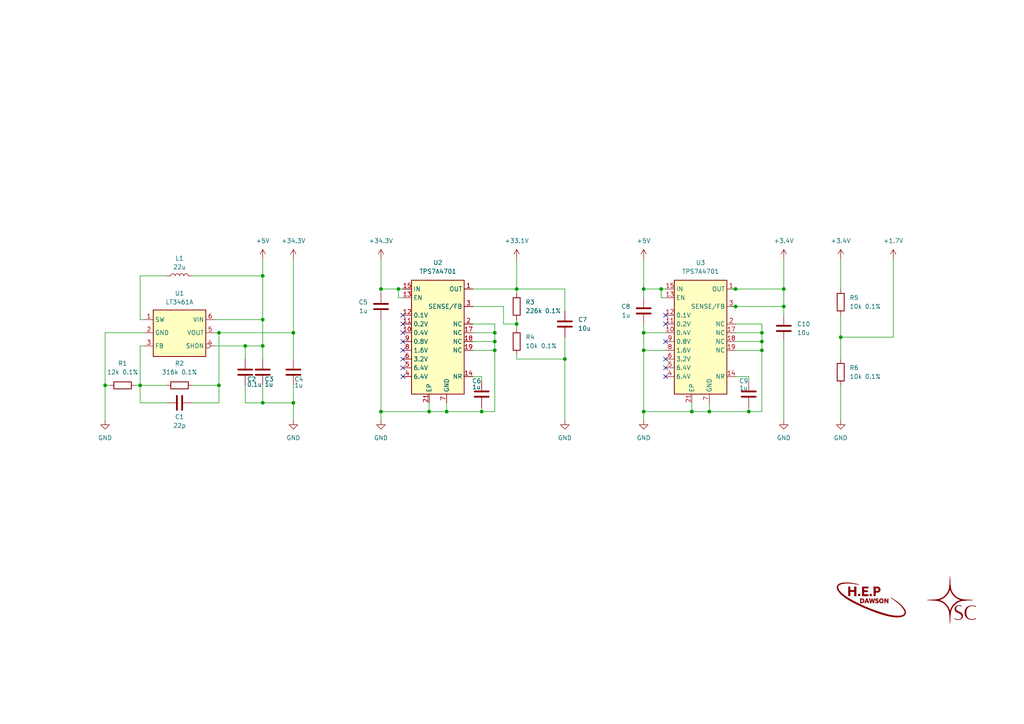
<source format=kicad_sch>
(kicad_sch (version 20250114) (generator "eeschema") (generator_version "9.0")
  (paper "A4")
  (title_block (date "2025-04-09") (rev "2") (comment 3 "Dawson Enriched Pure & Applied") (comment 4 "Alex Xia"))
  (lib_symbols
    (symbol "Device:C" (pin_numbers (hide yes)) (pin_names (offset 0.254))
      (property "Reference" "C" (at 0.635 2.54 0))
      (property "Value" "C" (at 0.635 -2.54 0))
      (symbol "C_1_1"
        (pin passive line (at 0 3.81 270) (length 2.794) (name "~") (number "1"))
        (pin passive line (at 0 -3.81 90) (length 2.794) (name "~") (number "2"))
      )
    )
    (symbol "Device:L" (pin_numbers (hide yes)) (pin_names (offset 1.016) (hide yes))
      (property "Reference" "L" (at -1.27 0 90))
      (property "Value" "L" (at 1.905 0 90))
      (symbol "L_1_1"
        (pin passive line (at 0 3.81 270) (length 1.27) (name "1") (number "1"))
        (pin passive line (at 0 -3.81 90) (length 1.27) (name "2") (number "2"))
      )
    )
    (symbol "Device:R" (pin_numbers (hide yes)) (pin_names (offset 0))
      (property "Reference" "R" (at 2.032 0 90))
      (property "Value" "R" (at 0 0 90))
      (symbol "R_1_1"
        (pin passive line (at 0 3.81 270) (length 1.27) (name "~") (number "1"))
        (pin passive line (at 0 -3.81 90) (length 1.27) (name "~") (number "2"))
      )
    )
    (symbol "hep:LOGO" (pin_names (offset 1.016)))
    (symbol "lt3461:LT3461A"
      (property "Reference" "U" (at -7.874 10.16 0))
      (property "Value" "LT3461A" (at -7.874 8.382 0))
      (symbol "LT3461A_1_1"
        (pin output line (at -10.16 3.81 0) (length 2.54) (name "SW") (number "1"))
        (pin power_in line (at -10.16 0 0) (length 2.54) (name "GND") (number "2"))
        (pin input line (at -10.16 -3.81 0) (length 2.54) (name "FB") (number "3"))
        (pin power_in line (at 10.16 3.81 180) (length 2.54) (name "VIN") (number "6"))
        (pin power_out line (at 10.16 0 180) (length 2.54) (name "VOUT") (number "5"))
        (pin input inverted (at 10.16 -3.81 180) (length 2.54) (name "SHDN") (number "4"))
      )
    )
    (symbol "power:+5V" (power) (pin_numbers (hide yes)) (pin_names (offset 0) (hide yes))
      (property "Value" "+5V" (at 0 3.556 0))
      (symbol "+5V_1_1"
        (pin power_in line (at 0 0 90) (length 0) (name "~") (number "1"))
      )
    )
    (symbol "power:GND" (power) (pin_numbers (hide yes)) (pin_names (offset 0) (hide yes))
      (property "Value" "GND" (at 0 -3.81 0))
      (symbol "GND_1_1"
        (pin power_in line (at 0 0 270) (length 0) (name "~") (number "1"))
      )
    )
    (symbol "sc:LOGO" (pin_names (offset 1.016)))
    (symbol "tps7a4701:TPS7A4701xRGW"
      (property "Reference" "U" (at -6.35 19.05 0))
      (property "Value" "TPS7A4701xRGW" (at 3.81 19.05 0))
      (symbol "TPS7A4701xRGW_1_1"
        (pin power_in line (at -10.16 15.24 0) (length 2.54) (name "IN") (number "15"))
        (pin passive line (at -10.16 15.24 0) (length 2.54) (hide yes) (name "IN") (number "16"))
        (pin input line (at -10.16 12.7 0) (length 2.54) (name "EN") (number "13"))
        (pin input line (at -10.16 7.62 0) (length 2.54) (name "0.1V") (number "12"))
        (pin input line (at -10.16 5.08 0) (length 2.54) (name "0.2V") (number "11"))
        (pin input line (at -10.16 2.54 0) (length 2.54) (name "0.4V") (number "10"))
        (pin input line (at -10.16 0 0) (length 2.54) (name "0.8V") (number "9"))
        (pin input line (at -10.16 -2.54 0) (length 2.54) (name "1.6V") (number "8"))
        (pin input line (at -10.16 -5.08 0) (length 2.54) (name "3.2V") (number "6"))
        (pin input line (at -10.16 -7.62 0) (length 2.54) (name "6.4V") (number "5"))
        (pin input line (at -10.16 -10.16 0) (length 2.54) (name "6.4V") (number "4"))
        (pin passive line (at -2.54 -17.78 90) (length 2.54) (name "EP") (number "21"))
        (pin power_in line (at 2.54 -17.78 90) (length 2.54) (name "GND") (number "7"))
        (pin power_out line (at 10.16 15.24 180) (length 2.54) (name "OUT") (number "1"))
        (pin power_out line (at 10.16 15.24 180) (length 2.54) (hide yes) (name "OUT") (number "20"))
        (pin input line (at 10.16 10.16 180) (length 2.54) (name "SENSE/FB") (number "3"))
        (pin passive line (at 10.16 5.08 180) (length 2.54) (name "NC") (number "2"))
        (pin passive line (at 10.16 2.54 180) (length 2.54) (name "NC") (number "17"))
        (pin passive line (at 10.16 0 180) (length 2.54) (name "NC") (number "18"))
        (pin passive line (at 10.16 -2.54 180) (length 2.54) (name "NC") (number "19"))
        (pin passive line (at 10.16 -10.16 180) (length 2.54) (name "NR") (number "14"))
      )
    )
  )
  (junction (at 213.36 83.82))
  (junction (at 220.98 99.06))
  (junction (at 163.83 104.14))
  (junction (at 191.77 83.82))
  (junction (at 71.12 100.33))
  (junction (at 205.74 119.38))
  (junction (at 63.5 111.76))
  (junction (at 243.84 97.79))
  (junction (at 149.86 93.98))
  (junction (at 143.51 99.06))
  (junction (at 220.98 101.6))
  (junction (at 85.09 96.52))
  (junction (at 129.54 119.38))
  (junction (at 213.36 88.9))
  (junction (at 76.2 80.01))
  (junction (at 200.66 119.38))
  (junction (at 30.48 111.76))
  (junction (at 139.7 119.38))
  (junction (at 85.09 116.84))
  (junction (at 40.64 111.76))
  (junction (at 110.49 119.38))
  (junction (at 186.69 96.52))
  (junction (at 227.33 83.82))
  (junction (at 115.57 83.82))
  (junction (at 186.69 119.38))
  (junction (at 124.46 119.38))
  (junction (at 220.98 96.52))
  (junction (at 63.5 96.52))
  (junction (at 143.51 96.52))
  (junction (at 149.86 83.82))
  (junction (at 143.51 101.6))
  (junction (at 186.69 101.6))
  (junction (at 76.2 92.71))
  (junction (at 110.49 83.82))
  (junction (at 186.69 83.82))
  (junction (at 76.2 100.33))
  (junction (at 217.17 119.38))
  (junction (at 227.33 88.9))
  (junction (at 76.2 116.84))
  (no_connect (at 116.84 96.52))
  (no_connect (at 116.84 93.98))
  (no_connect (at 193.04 91.44))
  (no_connect (at 116.84 99.06))
  (no_connect (at 193.04 106.68))
  (no_connect (at 116.84 109.22))
  (no_connect (at 116.84 104.14))
  (no_connect (at 116.84 91.44))
  (no_connect (at 193.04 104.14))
  (no_connect (at 116.84 106.68))
  (no_connect (at 116.84 101.6))
  (no_connect (at 193.04 93.98))
  (no_connect (at 193.04 99.06))
  (no_connect (at 193.04 109.22))
  (wire (pts (xy 259.08 74.93) (xy 259.08 97.79)))
  (wire (pts (xy 149.86 74.93) (xy 149.86 83.82)))
  (wire (pts (xy 149.86 95.25) (xy 149.86 93.98)))
  (wire (pts (xy 40.64 100.33) (xy 40.64 111.76)))
  (wire (pts (xy 227.33 88.9) (xy 227.33 83.82)))
  (wire (pts (xy 186.69 96.52) (xy 193.04 96.52)))
  (wire (pts (xy 213.36 93.98) (xy 220.98 93.98)))
  (wire (pts (xy 110.49 74.93) (xy 110.49 83.82)))
  (wire (pts (xy 227.33 83.82) (xy 227.33 74.93)))
  (wire (pts (xy 41.91 96.52) (xy 30.48 96.52)))
  (wire (pts (xy 30.48 111.76) (xy 31.75 111.76)))
  (wire (pts (xy 205.74 116.84) (xy 205.74 119.38)))
  (wire (pts (xy 55.88 111.76) (xy 63.5 111.76)))
  (wire (pts (xy 191.77 86.36) (xy 191.77 83.82)))
  (wire (pts (xy 62.23 96.52) (xy 63.5 96.52)))
  (wire (pts (xy 149.86 92.71) (xy 149.86 93.98)))
  (wire (pts (xy 186.69 96.52) (xy 186.69 101.6)))
  (wire (pts (xy 129.54 119.38) (xy 129.54 116.84)))
  (wire (pts (xy 213.36 88.9) (xy 227.33 88.9)))
  (wire (pts (xy 191.77 83.82) (xy 193.04 83.82)))
  (wire (pts (xy 146.05 93.98) (xy 149.86 93.98)))
  (wire (pts (xy 30.48 111.76) (xy 30.48 121.92)))
  (wire (pts (xy 110.49 92.71) (xy 110.49 119.38)))
  (wire (pts (xy 186.69 83.82) (xy 191.77 83.82)))
  (wire (pts (xy 220.98 93.98) (xy 220.98 96.52)))
  (wire (pts (xy 124.46 119.38) (xy 129.54 119.38)))
  (wire (pts (xy 76.2 100.33) (xy 76.2 92.71)))
  (wire (pts (xy 76.2 80.01) (xy 76.2 92.71)))
  (wire (pts (xy 71.12 104.14) (xy 71.12 100.33)))
  (wire (pts (xy 213.36 99.06) (xy 220.98 99.06)))
  (wire (pts (xy 205.74 119.38) (xy 217.17 119.38)))
  (wire (pts (xy 85.09 104.14) (xy 85.09 96.52)))
  (wire (pts (xy 85.09 116.84) (xy 85.09 111.76)))
  (wire (pts (xy 139.7 118.11) (xy 139.7 119.38)))
  (wire (pts (xy 40.64 80.01) (xy 40.64 92.71)))
  (wire (pts (xy 71.12 111.76) (xy 71.12 116.84)))
  (wire (pts (xy 85.09 121.92) (xy 85.09 116.84)))
  (wire (pts (xy 115.57 83.82) (xy 116.84 83.82)))
  (wire (pts (xy 217.17 118.11) (xy 217.17 119.38)))
  (wire (pts (xy 124.46 116.84) (xy 124.46 119.38)))
  (wire (pts (xy 191.77 86.36) (xy 193.04 86.36)))
  (wire (pts (xy 149.86 102.87) (xy 149.86 104.14)))
  (wire (pts (xy 110.49 85.09) (xy 110.49 83.82)))
  (wire (pts (xy 55.88 80.01) (xy 76.2 80.01)))
  (wire (pts (xy 163.83 104.14) (xy 163.83 97.79)))
  (wire (pts (xy 146.05 88.9) (xy 137.16 88.9)))
  (wire (pts (xy 220.98 99.06) (xy 220.98 101.6)))
  (wire (pts (xy 149.86 83.82) (xy 149.86 85.09)))
  (wire (pts (xy 243.84 104.14) (xy 243.84 97.79)))
  (wire (pts (xy 137.16 96.52) (xy 143.51 96.52)))
  (wire (pts (xy 259.08 97.79) (xy 243.84 97.79)))
  (wire (pts (xy 76.2 116.84) (xy 85.09 116.84)))
  (wire (pts (xy 137.16 99.06) (xy 143.51 99.06)))
  (wire (pts (xy 217.17 109.22) (xy 213.36 109.22)))
  (wire (pts (xy 143.51 96.52) (xy 143.51 99.06)))
  (wire (pts (xy 200.66 116.84) (xy 200.66 119.38)))
  (wire (pts (xy 163.83 83.82) (xy 163.83 90.17)))
  (wire (pts (xy 40.64 116.84) (xy 40.64 111.76)))
  (wire (pts (xy 40.64 111.76) (xy 48.26 111.76)))
  (wire (pts (xy 143.51 99.06) (xy 143.51 101.6)))
  (wire (pts (xy 149.86 104.14) (xy 163.83 104.14)))
  (wire (pts (xy 186.69 101.6) (xy 186.69 119.38)))
  (wire (pts (xy 220.98 96.52) (xy 220.98 99.06)))
  (wire (pts (xy 62.23 100.33) (xy 71.12 100.33)))
  (wire (pts (xy 243.84 97.79) (xy 243.84 91.44)))
  (wire (pts (xy 76.2 111.76) (xy 76.2 116.84)))
  (wire (pts (xy 137.16 83.82) (xy 149.86 83.82)))
  (wire (pts (xy 212.09 83.82) (xy 213.36 83.82)))
  (wire (pts (xy 55.88 116.84) (xy 63.5 116.84)))
  (wire (pts (xy 186.69 101.6) (xy 193.04 101.6)))
  (wire (pts (xy 110.49 83.82) (xy 115.57 83.82)))
  (wire (pts (xy 186.69 119.38) (xy 186.69 121.92)))
  (wire (pts (xy 146.05 93.98) (xy 146.05 88.9)))
  (wire (pts (xy 217.17 109.22) (xy 217.17 110.49)))
  (wire (pts (xy 139.7 109.22) (xy 139.7 110.49)))
  (wire (pts (xy 143.51 119.38) (xy 139.7 119.38)))
  (wire (pts (xy 243.84 74.93) (xy 243.84 83.82)))
  (wire (pts (xy 220.98 101.6) (xy 220.98 119.38)))
  (wire (pts (xy 30.48 96.52) (xy 30.48 111.76)))
  (wire (pts (xy 137.16 93.98) (xy 143.51 93.98)))
  (wire (pts (xy 213.36 101.6) (xy 220.98 101.6)))
  (wire (pts (xy 63.5 96.52) (xy 85.09 96.52)))
  (wire (pts (xy 186.69 93.98) (xy 186.69 96.52)))
  (wire (pts (xy 139.7 109.22) (xy 137.16 109.22)))
  (wire (pts (xy 213.36 83.82) (xy 227.33 83.82)))
  (wire (pts (xy 110.49 121.92) (xy 110.49 119.38)))
  (wire (pts (xy 63.5 116.84) (xy 63.5 111.76)))
  (wire (pts (xy 76.2 104.14) (xy 76.2 100.33)))
  (wire (pts (xy 115.57 86.36) (xy 115.57 83.82)))
  (wire (pts (xy 41.91 100.33) (xy 40.64 100.33)))
  (wire (pts (xy 227.33 91.44) (xy 227.33 88.9)))
  (wire (pts (xy 110.49 119.38) (xy 124.46 119.38)))
  (wire (pts (xy 186.69 74.93) (xy 186.69 83.82)))
  (wire (pts (xy 205.74 119.38) (xy 200.66 119.38)))
  (wire (pts (xy 62.23 92.71) (xy 76.2 92.71)))
  (wire (pts (xy 48.26 116.84) (xy 40.64 116.84)))
  (wire (pts (xy 85.09 96.52) (xy 85.09 74.93)))
  (wire (pts (xy 137.16 101.6) (xy 143.51 101.6)))
  (wire (pts (xy 212.09 88.9) (xy 213.36 88.9)))
  (wire (pts (xy 213.36 96.52) (xy 220.98 96.52)))
  (wire (pts (xy 217.17 119.38) (xy 220.98 119.38)))
  (wire (pts (xy 116.84 86.36) (xy 115.57 86.36)))
  (wire (pts (xy 227.33 121.92) (xy 227.33 99.06)))
  (wire (pts (xy 40.64 92.71) (xy 41.91 92.71)))
  (wire (pts (xy 243.84 111.76) (xy 243.84 121.92)))
  (wire (pts (xy 163.83 121.92) (xy 163.83 104.14)))
  (wire (pts (xy 39.37 111.76) (xy 40.64 111.76)))
  (wire (pts (xy 63.5 96.52) (xy 63.5 111.76)))
  (wire (pts (xy 143.51 93.98) (xy 143.51 96.52)))
  (wire (pts (xy 71.12 116.84) (xy 76.2 116.84)))
  (wire (pts (xy 129.54 119.38) (xy 139.7 119.38)))
  (wire (pts (xy 143.51 101.6) (xy 143.51 119.38)))
  (wire (pts (xy 149.86 83.82) (xy 163.83 83.82)))
  (wire (pts (xy 200.66 119.38) (xy 186.69 119.38)))
  (wire (pts (xy 71.12 100.33) (xy 76.2 100.33)))
  (wire (pts (xy 186.69 86.36) (xy 186.69 83.82)))
  (wire (pts (xy 48.26 80.01) (xy 40.64 80.01)))
  (wire (pts (xy 76.2 74.93) (xy 76.2 80.01)))
  (symbol (lib_id "Device:R") (at 149.86 99.06 0) (unit 1)
    (property "Reference" "R4" (at 152.4 97.7899 0) (effects (justify left)))
    (property "Value" "10k 0.1%" (at 152.4 100.3299 0) (effects (justify left)))
    (property "Footprint" "Resistor_SMD:R_0603_1608Metric" (effects (hide yes)))
    (property "Description" "Resistor" (effects (hide yes)))
    (property "LCSC" "C136139" (effects (hide yes)))
  )
  (symbol (lib_id "power:+5V") (at 76.2 74.93 0) (unit 1)
    (property "Reference" "#PWR018" (effects (hide yes)))
    (property "Value" "+5V" (at 76.2 69.85 0))
    (property "Description" "Power symbol creates a global label with name \"+5V\"" (effects (hide yes)))
  )
  (symbol (lib_id "Device:C") (at 52.07 116.84 90) (unit 1)
    (property "Reference" "C1" (at 52.07 120.904 90))
    (property "Value" "22p" (at 52.07 123.444 90))
    (property "Footprint" "Capacitor_SMD:C_0402_1005Metric" (effects (hide yes)))
    (property "Description" "Unpolarized capacitor" (effects (hide yes)))
    (property "LCSC" "C70464" (effects (hide yes)))
  )
  (symbol (lib_id "lt3461:LT3461A") (at 52.07 96.52 0) (unit 1)
    (property "Reference" "U1" (at 52.07 85.09 0))
    (property "Value" "LT3461A" (at 52.07 87.63 0))
    (property "Footprint" "Package_TO_SOT_SMD:TSOT-23-6" (effects (hide yes)))
    (property "Datasheet" "https://www.analog.com/media/en/technical-documentation/data-sheets/3461afa.pdf" (effects (hide yes)))
    (property "Description" "1.3MHz/3MHz Step-Up DC/DC Converters with Integrated Schottky in ThinSOT" (effects (hide yes)))
    (property "LCSC" "C481768" (effects (hide yes)))
  )
  (symbol (lib_id "Device:R") (at 35.56 111.76 90) (unit 1)
    (property "Reference" "R1" (at 35.56 105.41 90))
    (property "Value" "12k 0.1%" (at 35.56 107.95 90))
    (property "Footprint" "Resistor_SMD:R_0402_1005Metric" (effects (hide yes)))
    (property "Description" "Resistor" (effects (hide yes)))
    (property "LCSC" "C317927" (effects (hide yes)))
  )
  (symbol (lib_id "Device:C") (at 217.17 114.3 0) (unit 1)
    (property "Reference" "C9" (at 214.376 110.49 0) (effects (justify left)))
    (property "Value" "1u" (at 214.376 112.522 0) (effects (justify left)))
    (property "Footprint" "Capacitor_SMD:C_0603_1608Metric" (effects (hide yes)))
    (property "Description" "Unpolarized capacitor" (effects (hide yes)))
    (property "LCSC" "C15849" (effects (hide yes)))
  )
  (symbol (lib_id "power:GND") (at 85.09 121.92 0) (unit 1)
    (property "Reference" "#PWR020" (effects (hide yes)))
    (property "Value" "GND" (at 85.09 127 0))
    (property "Description" "Power symbol creates a global label with name \"GND\" , ground" (effects (hide yes)))
  )
  (symbol (lib_id "power:GND") (at 186.69 121.92 0) (unit 1)
    (property "Reference" "#PWR026" (effects (hide yes)))
    (property "Value" "GND" (at 186.69 127 0))
    (property "Description" "Power symbol creates a global label with name \"GND\" , ground" (effects (hide yes)))
  )
  (symbol (lib_id "sc:LOGO") (at 275.59 173.99 0) (unit 1)
    (property "Reference" "#G4" (effects (hide yes)))
    (property "Value" "LOGO" (effects (hide yes)))
  )
  (symbol (lib_id "power:GND") (at 227.33 121.92 0) (unit 1)
    (property "Reference" "#PWR028" (effects (hide yes)))
    (property "Value" "GND" (at 227.33 127 0))
    (property "Description" "Power symbol creates a global label with name \"GND\" , ground" (effects (hide yes)))
  )
  (symbol (lib_id "power:+5V") (at 85.09 74.93 0) (unit 1)
    (property "Reference" "#PWR019" (effects (hide yes)))
    (property "Value" "+34.3V" (at 85.09 69.85 0))
    (property "Description" "Power symbol creates a global label with name \"+5V\"" (effects (hide yes)))
  )
  (symbol (lib_id "power:+5V") (at 149.86 74.93 0) (unit 1)
    (property "Reference" "#PWR023" (effects (hide yes)))
    (property "Value" "+33.1V" (at 149.86 69.85 0))
    (property "Description" "Power symbol creates a global label with name \"+5V\"" (effects (hide yes)))
  )
  (symbol (lib_id "Device:L") (at 52.07 80.01 90) (unit 1)
    (property "Reference" "L1" (at 52.07 74.93 90))
    (property "Value" "22u" (at 52.07 77.47 90))
    (property "Footprint" "lqh3npn:L_Murata_LQH3NPN_3.0x3.0mm" (effects (hide yes)))
    (property "Description" "Inductor" (effects (hide yes)))
    (property "LCSC" "C237408" (effects (hide yes)))
  )
  (symbol (lib_id "Device:C") (at 71.12 107.95 0) (unit 1)
    (property "Reference" "C2" (at 71.628 109.9819 0) (effects (justify left)))
    (property "Value" "0.1u" (at 71.628 111.5059 0) (effects (justify left)))
    (property "Footprint" "Capacitor_SMD:C_0402_1005Metric" (effects (hide yes)))
    (property "Description" "Unpolarized capacitor" (effects (hide yes)))
    (property "LCSC" "C1581" (effects (hide yes)))
  )
  (symbol (lib_id "Device:C") (at 76.2 107.95 0) (unit 1)
    (property "Reference" "C3" (at 76.708 109.982 0) (effects (justify left)))
    (property "Value" "1u" (at 76.708 111.5059 0) (effects (justify left)))
    (property "Footprint" "Capacitor_SMD:C_0603_1608Metric" (effects (hide yes)))
    (property "Description" "Unpolarized capacitor" (effects (hide yes)))
    (property "LCSC" "C15849" (effects (hide yes)))
  )
  (symbol (lib_id "Device:C") (at 110.49 88.9 0) (mirror y) (unit 1)
    (property "Reference" "C5" (at 106.68 87.6299 0) (effects (justify left)))
    (property "Value" "1u" (at 106.68 90.1699 0) (effects (justify left)))
    (property "Footprint" "Capacitor_SMD:C_0603_1608Metric" (effects (hide yes)))
    (property "Description" "Unpolarized capacitor" (effects (hide yes)))
    (property "LCSC" "C15849" (effects (hide yes)))
  )
  (symbol (lib_id "power:+5V") (at 259.08 74.93 0) (unit 1)
    (property "Reference" "#PWR031" (effects (hide yes)))
    (property "Value" "+1.7V" (at 259.08 69.85 0))
    (property "Description" "Power symbol creates a global label with name \"+5V\"" (effects (hide yes)))
  )
  (symbol (lib_id "tps7a4701:TPS7A4701xRGW") (at 203.2 99.06 0) (unit 1)
    (property "Reference" "U3" (at 203.2 76.2 0))
    (property "Value" "TPS7A4701" (at 203.2 78.74 0))
    (property "Footprint" "Package_DFN_QFN:Texas_RGW0020A_VQFN-20-1EP_5x5mm_P0.65mm_EP3.15x3.15mm_ThermalVias" (effects (hide yes)))
    (property "Datasheet" "https://www.ti.com/lit/ds/symlink/tps7a47.pdf" (effects (hide yes)))
    (property "Description" "1A, Low-Noise Low-Dropout Voltage Regulator, 3-35V Input, Adjustable 1.4-34V Output, VQFN-20" (effects (hide yes)))
    (property "LCSC" "C90084" (effects (hide yes)))
  )
  (symbol (lib_id "Device:R") (at 243.84 87.63 0) (unit 1)
    (property "Reference" "R5" (at 246.38 86.3599 0) (effects (justify left)))
    (property "Value" "10k 0.1%" (at 246.38 88.8999 0) (effects (justify left)))
    (property "Footprint" "Resistor_SMD:R_0603_1608Metric" (effects (hide yes)))
    (property "Description" "Resistor" (effects (hide yes)))
    (property "LCSC" "C136139" (effects (hide yes)))
  )
  (symbol (lib_id "power:+5V") (at 186.69 74.93 0) (unit 1)
    (property "Reference" "#PWR025" (effects (hide yes)))
    (property "Value" "+5V" (at 186.69 69.85 0))
    (property "Description" "Power symbol creates a global label with name \"+5V\"" (effects (hide yes)))
  )
  (symbol (lib_id "Device:C") (at 139.7 114.3 0) (unit 1)
    (property "Reference" "C6" (at 136.906 110.49 0) (effects (justify left)))
    (property "Value" "1u" (at 136.906 112.268 0) (effects (justify left)))
    (property "Footprint" "Capacitor_SMD:C_0603_1608Metric" (effects (hide yes)))
    (property "Description" "Unpolarized capacitor" (effects (hide yes)))
    (property "LCSC" "C15849" (effects (hide yes)))
  )
  (symbol (lib_id "Device:C") (at 186.69 90.17 0) (mirror y) (unit 1)
    (property "Reference" "C8" (at 182.88 88.8999 0) (effects (justify left)))
    (property "Value" "1u" (at 182.88 91.4399 0) (effects (justify left)))
    (property "Footprint" "Capacitor_SMD:C_0603_1608Metric" (effects (hide yes)))
    (property "Description" "Unpolarized capacitor" (effects (hide yes)))
    (property "LCSC" "C15849" (effects (hide yes)))
  )
  (symbol (lib_id "Device:C") (at 163.83 93.98 0) (unit 1)
    (property "Reference" "C7" (at 167.64 92.7099 0) (effects (justify left)))
    (property "Value" "10u" (at 167.64 95.2499 0) (effects (justify left)))
    (property "Footprint" "Capacitor_SMD:C_1206_3216Metric" (effects (hide yes)))
    (property "Description" "Unpolarized capacitor" (effects (hide yes)))
    (property "LCSC" "C13585" (effects (hide yes)))
  )
  (symbol (lib_id "Device:C") (at 85.09 107.95 0) (unit 1)
    (property "Reference" "C4" (at 85.344 109.982 0) (effects (justify left)))
    (property "Value" "1u" (at 85.344 111.7601 0) (effects (justify left)))
    (property "Footprint" "Capacitor_SMD:C_0603_1608Metric" (effects (hide yes)))
    (property "Description" "Unpolarized capacitor" (effects (hide yes)))
    (property "LCSC" "C15849" (effects (hide yes)))
  )
  (symbol (lib_id "power:GND") (at 243.84 121.92 0) (unit 1)
    (property "Reference" "#PWR030" (effects (hide yes)))
    (property "Value" "GND" (at 243.84 127 0))
    (property "Description" "Power symbol creates a global label with name \"GND\" , ground" (effects (hide yes)))
  )
  (symbol (lib_id "power:+5V") (at 227.33 74.93 0) (unit 1)
    (property "Reference" "#PWR027" (effects (hide yes)))
    (property "Value" "+3.4V" (at 227.33 69.85 0))
    (property "Description" "Power symbol creates a global label with name \"+5V\"" (effects (hide yes)))
  )
  (symbol (lib_id "hep:LOGO") (at 252.73 173.99 0) (unit 1)
    (property "Reference" "#G3" (effects (hide yes)))
    (property "Value" "LOGO" (effects (hide yes)))
  )
  (symbol (lib_id "Device:R") (at 243.84 107.95 0) (unit 1)
    (property "Reference" "R6" (at 246.38 106.6799 0) (effects (justify left)))
    (property "Value" "10k 0.1%" (at 246.38 109.2199 0) (effects (justify left)))
    (property "Footprint" "Resistor_SMD:R_0603_1608Metric" (effects (hide yes)))
    (property "Description" "Resistor" (effects (hide yes)))
    (property "LCSC" "C136139" (effects (hide yes)))
  )
  (symbol (lib_id "Device:R") (at 52.07 111.76 90) (unit 1)
    (property "Reference" "R2" (at 52.07 105.41 90))
    (property "Value" "316k 0.1%" (at 52.07 107.95 90))
    (property "Footprint" "Resistor_SMD:R_0603_1608Metric" (effects (hide yes)))
    (property "Description" "Resistor" (effects (hide yes)))
    (property "LCSC" "C861317" (effects (hide yes)))
  )
  (symbol (lib_id "power:GND") (at 110.49 121.92 0) (unit 1)
    (property "Reference" "#PWR022" (effects (hide yes)))
    (property "Value" "GND" (at 110.49 127 0))
    (property "Description" "Power symbol creates a global label with name \"GND\" , ground" (effects (hide yes)))
  )
  (symbol (lib_id "tps7a4701:TPS7A4701xRGW") (at 127 99.06 0) (unit 1)
    (property "Reference" "U2" (at 127 76.2 0))
    (property "Value" "TPS7A4701" (at 127 78.74 0))
    (property "Footprint" "Package_DFN_QFN:Texas_RGW0020A_VQFN-20-1EP_5x5mm_P0.65mm_EP3.15x3.15mm_ThermalVias" (effects (hide yes)))
    (property "Datasheet" "https://www.ti.com/lit/ds/symlink/tps7a47.pdf" (effects (hide yes)))
    (property "Description" "1A, Low-Noise Low-Dropout Voltage Regulator, 3-35V Input, Adjustable 1.4-34V Output, VQFN-20" (effects (hide yes)))
    (property "LCSC" "C90084" (effects (hide yes)))
  )
  (symbol (lib_id "Device:R") (at 149.86 88.9 0) (unit 1)
    (property "Reference" "R3" (at 152.4 87.6299 0) (effects (justify left)))
    (property "Value" "226k 0.1%" (at 152.4 90.1699 0) (effects (justify left)))
    (property "Footprint" "Resistor_SMD:R_0603_1608Metric" (effects (hide yes)))
    (property "Description" "Resistor" (effects (hide yes)))
    (property "LCSC" "C861233" (effects (hide yes)))
  )
  (symbol (lib_id "power:GND") (at 163.83 121.92 0) (unit 1)
    (property "Reference" "#PWR024" (effects (hide yes)))
    (property "Value" "GND" (at 163.83 127 0))
    (property "Description" "Power symbol creates a global label with name \"GND\" , ground" (effects (hide yes)))
  )
  (symbol (lib_id "power:+5V") (at 243.84 74.93 0) (unit 1)
    (property "Reference" "#PWR029" (effects (hide yes)))
    (property "Value" "+3.4V" (at 243.84 69.85 0))
    (property "Description" "Power symbol creates a global label with name \"+5V\"" (effects (hide yes)))
  )
  (symbol (lib_id "power:GND") (at 30.48 121.92 0) (unit 1)
    (property "Reference" "#PWR017" (effects (hide yes)))
    (property "Value" "GND" (at 30.48 127 0))
    (property "Description" "Power symbol creates a global label with name \"GND\" , ground" (effects (hide yes)))
  )
  (symbol (lib_id "power:+5V") (at 110.49 74.93 0) (unit 1)
    (property "Reference" "#PWR021" (effects (hide yes)))
    (property "Value" "+34.3V" (at 110.49 69.85 0))
    (property "Description" "Power symbol creates a global label with name \"+5V\"" (effects (hide yes)))
  )
  (symbol (lib_id "Device:C") (at 227.33 95.25 0) (unit 1)
    (property "Reference" "C10" (at 231.14 93.9799 0) (effects (justify left)))
    (property "Value" "10u" (at 231.14 96.5199 0) (effects (justify left)))
    (property "Footprint" "Capacitor_SMD:C_1206_3216Metric" (effects (hide yes)))
    (property "Description" "Unpolarized capacitor" (effects (hide yes)))
    (property "LCSC" "C13585" (effects (hide yes)))
  )
)
</source>
